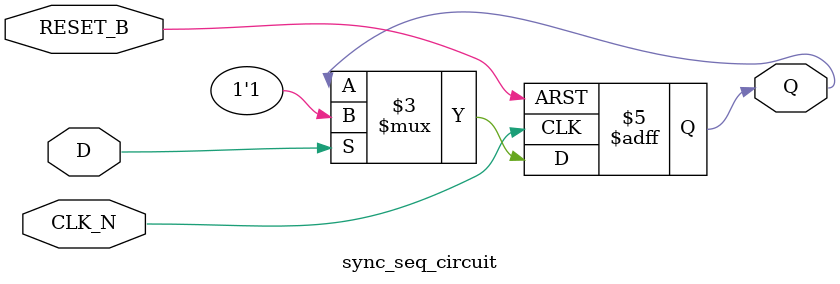
<source format=v>
module sync_seq_circuit (
    Q      ,
    CLK_N  ,
    D      ,
    RESET_B
);

    output Q      ;
    input  CLK_N  ;
    input  D      ;
    input  RESET_B;

    reg Q;

    always @ (posedge CLK_N or negedge RESET_B) begin
        if (!RESET_B) begin
            Q <= 0;
        end else begin
            if (D) begin
                Q <= 1;
            end
        end
    end

endmodule
</source>
